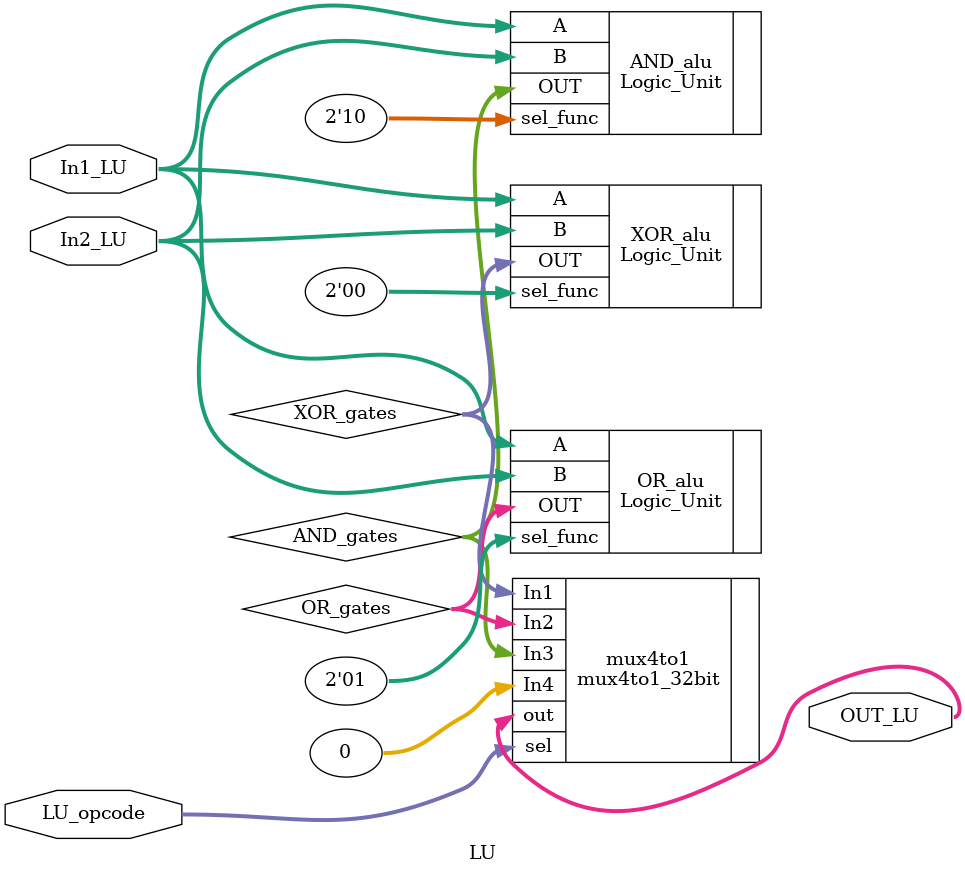
<source format=sv>
/*
This ALU can operates 10 differents instructions as below

Input: i_op_a - 32bit
Input: i_op_b - 32bit
Output: o_alu_data - 32bit
Input: i_alu_op - 4bit
*/

module ALU(i_op_a, i_op_b, i_alu_op, o_alu_data);
parameter N = 32;
input [N-1:0] i_op_a;    		//First operand for ALU operations - 32bit
input [N-1:0] i_op_b;    		//Second operand for ALU operations - 32bit
input [3:0] i_alu_op;    		//The opcode of the operation - 4bit
output [N-1:0] o_alu_data;	//Result of the ALU operation - 32bit

//Operation Opcodes
parameter ADD  = 4'b0000;
parameter SUB  = 4'b0001;
parameter SLT  = 4'b0010;
parameter SLTU = 4'b0011;
parameter SLL  = 4'b0100;
parameter SRL  = 4'b0101;
parameter SRA  = 4'b0110;
parameter XOR  = 4'b1000;
parameter OR   = 4'b1001;
parameter AND  = 4'b1010;
	
wire [N-1:0] AU_out;
wire [N-1:0] LU_out;
	
AU AU(
		.In1_AU(i_op_a),
		.In2_AU(i_op_b),
		.AU_opcode(i_alu_op[2:0]),
		.OUT_AU(AU_out)
		);
LU LU(
		.In1_LU(i_op_a),
		.In2_LU(i_op_b),
		.LU_opcode(i_alu_op[1:0]),
		.OUT_LU(LU_out)
		);

mux2to1_32bit mux2to1(
				.In1(AU_out),
				.In2(LU_out),
				.sel(i_alu_op[3]),
				.out(o_alu_data)
			  );

endmodule


///////////////////
//Arithmetic Unit//
//////////////////
/*
It contains 7 different arithmetic operations
*/
module AU(
			input logic [31:0] In1_AU,
			input logic [31:0] In2_AU,
			input logic [2:0] AU_opcode,
			output logic [31:0] OUT_AU
			);
parameter N = 32;
wire carry_o;
wire [N-1:0] Adder;
wire [N-1:0] Subtractor;
wire SetLessThan;
wire SetLessThan_Unsigned;
wire [N-1:0] ShiftLeft_logic;
wire [N-1:0] ShiftRight_logic;
wire [N-1:0] ShiftRight_arithmetic;	
					
adder_32bit adder(
						.A(In1_AU),
						.B(In2_AU),
						.sel(1'b0),
						.OUT(Adder),
						.CarryOut(carry_o)
						);

adder_32bit subtractor(
							 .A(In1_AU),
							 .B(In2_AU),
							 .sel(1'b1),
							 .OUT(Subtractor),
							 .CarryOut(carry_o)
							 );

comparator_lt set_lt_signed(
									.A(In1_AU),
									.B(In2_AU),
									.sel_signed(1'b0),
									.AltB_o(SetLessThan)
									);

comparator_lt set_lt_unsigned(
										.A(In1_AU),
										.B(In2_AU),
										.sel_signed(1'b1),
										.AltB_o(SetLessThan_Unsigned)
										);

Shift_Logic ShiftLeft(
							.In(In1_AU),
							.ShAm(In2_AU),
							.sel(1'b0),
							.result(ShiftLeft_logic)
							);

Shift_Logic ShiftRight(
							.In(In1_AU),
							.ShAm(In2_AU),
							.sel(1'b1),
							.result(ShiftRight_logic)
							);

ShiftRight_Arithmetic ShiftRightArithmetic(
														.In(In1_AU),
														.ShAm(In2_AU),
														.OUT(ShiftRight_arithmetic)
														);
														
mux8to1_32bit mux8to1(
						.In1(Adder),
						.In2(Subtractor),
						.In3({{31'b0},SetLessThan}),
						.In4({{31'b0},SetLessThan_Unsigned}),
						.In5(ShiftLeft_logic),
						.In6(ShiftRight_logic),
						.In7(ShiftRight_arithmetic),
						.In8(32'b0),
						.sel(AU_opcode),
						.out(OUT_AU)
						);
endmodule



//////////////
//Logic Unit//
/////////////
/*
It contains 3 different logic operations
*/
module LU(
			input logic [31:0] In1_LU,
			input logic [31:0] In2_LU,
			input logic [1:0] LU_opcode,
			output logic [31:0] OUT_LU
			);
parameter N = 32;
wire [N-1:0] XOR_gates;
wire [N-1:0] OR_gates;
wire [N-1:0] AND_gates;

Logic_Unit XOR_alu(
						.A(In1_LU),
						.B(In2_LU),
						.sel_func(2'b00),
						.OUT(XOR_gates)
						);

Logic_Unit OR_alu(
						.A(In1_LU), 
						.B(In2_LU),
						.sel_func(2'b01),
						.OUT(OR_gates)
						);

Logic_Unit AND_alu(
						.A(In1_LU),
						.B(In2_LU),
						.sel_func(2'b10),
						.OUT(AND_gates)
						);
						
mux4to1_32bit mux4to1(
					.In1(XOR_gates),
					.In2(OR_gates),
					.In3(AND_gates),
					.In4(32'b0), 
					.sel(LU_opcode),
					.out(OUT_LU)
					);						
endmodule
</source>
